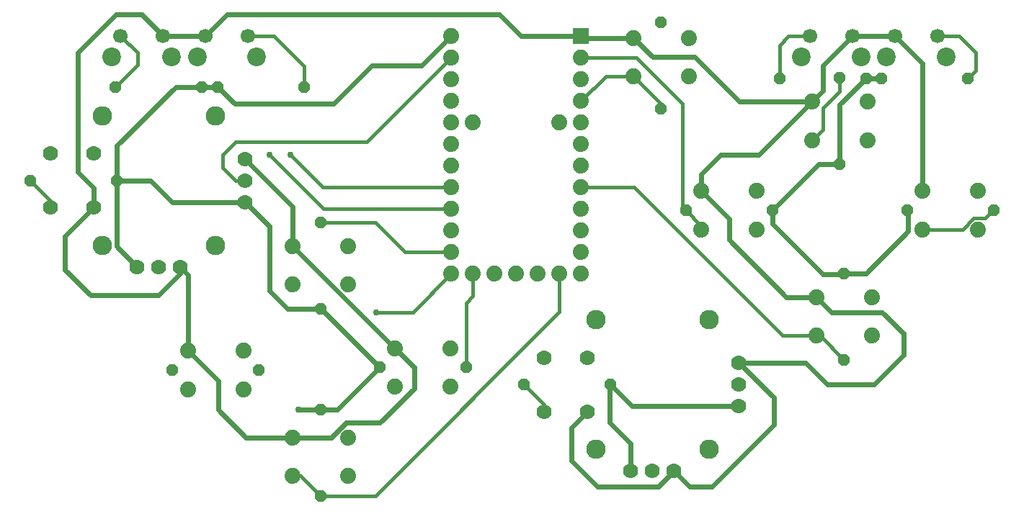
<source format=gbl>
G75*
%MOIN*%
%OFA0B0*%
%FSLAX25Y25*%
%IPPOS*%
%LPD*%
%AMOC8*
5,1,8,0,0,1.08239X$1,22.5*
%
%ADD10C,0.09000*%
%ADD11C,0.07000*%
%ADD12OC8,0.05200*%
%ADD13C,0.07400*%
%ADD14R,0.07400X0.07400*%
%ADD15C,0.08661*%
%ADD16C,0.06693*%
%ADD17C,0.02400*%
%ADD18C,0.02978*%
%ADD19C,0.01600*%
D10*
X0321463Y0187791D03*
X0373963Y0187791D03*
X0373963Y0247791D03*
X0321463Y0247791D03*
X0145616Y0282280D03*
X0093116Y0282280D03*
X0093116Y0342280D03*
X0145616Y0342280D03*
D11*
X0159366Y0322280D03*
X0159366Y0312280D03*
X0159366Y0302280D03*
X0129366Y0272280D03*
X0119366Y0272280D03*
X0109366Y0272280D03*
X0089366Y0299780D03*
X0069366Y0299780D03*
X0069366Y0324780D03*
X0089366Y0324780D03*
X0297713Y0230291D03*
X0317713Y0230291D03*
X0317713Y0205291D03*
X0297713Y0205291D03*
X0337713Y0177791D03*
X0347713Y0177791D03*
X0357713Y0177791D03*
X0387713Y0207791D03*
X0387713Y0217791D03*
X0387713Y0227791D03*
D12*
X0436295Y0229287D03*
X0436295Y0269287D03*
X0465508Y0298500D03*
X0434327Y0319839D03*
X0403146Y0298500D03*
X0363146Y0298500D03*
X0351650Y0345429D03*
X0351650Y0385429D03*
X0406453Y0359524D03*
X0434327Y0359839D03*
X0446453Y0359524D03*
X0453697Y0359524D03*
X0493697Y0359524D03*
X0505508Y0298500D03*
X0328343Y0217791D03*
X0288343Y0217791D03*
X0261413Y0225665D03*
X0221413Y0225665D03*
X0194169Y0206295D03*
X0165665Y0224484D03*
X0125665Y0224484D03*
X0194169Y0252909D03*
X0194169Y0292909D03*
X0186610Y0355587D03*
X0146610Y0355587D03*
X0139366Y0355587D03*
X0099366Y0355587D03*
X0099996Y0312280D03*
X0059996Y0312280D03*
X0194169Y0166295D03*
D13*
X0181369Y0175427D03*
X0181369Y0193227D03*
X0206969Y0193227D03*
X0206969Y0175427D03*
X0228613Y0216765D03*
X0228613Y0234565D03*
X0254213Y0234565D03*
X0254213Y0216765D03*
X0206969Y0264009D03*
X0181369Y0264009D03*
X0181369Y0281809D03*
X0206969Y0281809D03*
X0254720Y0279091D03*
X0254720Y0289091D03*
X0254720Y0299091D03*
X0254720Y0309091D03*
X0254720Y0319091D03*
X0254720Y0329091D03*
X0254720Y0339091D03*
X0264720Y0339091D03*
X0254720Y0349091D03*
X0254720Y0359091D03*
X0254720Y0369091D03*
X0254720Y0379091D03*
X0304720Y0339091D03*
X0314720Y0339091D03*
X0314720Y0329091D03*
X0314720Y0319091D03*
X0314720Y0309091D03*
X0314720Y0299091D03*
X0314720Y0289091D03*
X0314720Y0279091D03*
X0314720Y0269091D03*
X0304720Y0269091D03*
X0294720Y0269091D03*
X0284720Y0269091D03*
X0274720Y0269091D03*
X0264720Y0269091D03*
X0254720Y0269091D03*
X0158623Y0233424D03*
X0158623Y0215624D03*
X0133023Y0215624D03*
X0133023Y0233424D03*
X0314720Y0349091D03*
X0314720Y0359091D03*
X0314720Y0369091D03*
X0338850Y0360466D03*
X0364450Y0360466D03*
X0364450Y0378266D03*
X0338850Y0378266D03*
X0421527Y0348739D03*
X0447127Y0348739D03*
X0447127Y0330939D03*
X0421527Y0330939D03*
X0395946Y0307400D03*
X0395946Y0289600D03*
X0370346Y0289600D03*
X0370346Y0307400D03*
X0423495Y0258187D03*
X0423495Y0240387D03*
X0449095Y0240387D03*
X0449095Y0258187D03*
X0472708Y0289600D03*
X0472708Y0307400D03*
X0498308Y0307400D03*
X0498308Y0289600D03*
D14*
X0314720Y0379091D03*
D15*
X0416610Y0369366D03*
X0444169Y0369366D03*
X0455980Y0369366D03*
X0483539Y0369366D03*
X0164642Y0369366D03*
X0137083Y0369366D03*
X0125272Y0369366D03*
X0097713Y0369366D03*
D16*
X0101650Y0379209D03*
X0121335Y0379209D03*
X0141020Y0379209D03*
X0160705Y0379209D03*
X0420547Y0379209D03*
X0440232Y0379209D03*
X0459917Y0379209D03*
X0479602Y0379209D03*
D17*
X0472708Y0366418D02*
X0459917Y0379209D01*
X0440232Y0379209D01*
X0426453Y0365429D01*
X0426453Y0353665D01*
X0421527Y0348739D01*
X0396879Y0324091D01*
X0379209Y0324091D01*
X0370346Y0315228D01*
X0370346Y0307400D01*
X0383146Y0294600D01*
X0383146Y0284720D01*
X0409679Y0258187D01*
X0423495Y0258187D01*
X0430427Y0251256D01*
X0454012Y0251256D01*
X0463854Y0241413D01*
X0463854Y0231571D01*
X0450075Y0217791D01*
X0428421Y0217791D01*
X0418421Y0227791D01*
X0387713Y0227791D01*
X0403815Y0211689D01*
X0403815Y0199091D01*
X0375272Y0170547D01*
X0364957Y0170547D01*
X0357713Y0177791D01*
X0350469Y0170547D01*
X0322122Y0170547D01*
X0310311Y0182358D01*
X0310311Y0197890D01*
X0317713Y0205291D01*
X0328028Y0200075D02*
X0328028Y0217476D01*
X0328343Y0217791D01*
X0338343Y0207791D01*
X0387713Y0207791D01*
X0337713Y0190390D02*
X0337713Y0177791D01*
X0337713Y0190390D02*
X0328028Y0200075D01*
X0237476Y0215823D02*
X0221728Y0200075D01*
X0205980Y0200075D01*
X0199132Y0193227D01*
X0181369Y0193227D01*
X0159679Y0193227D01*
X0146925Y0205980D01*
X0146925Y0219521D01*
X0133023Y0233424D01*
X0133023Y0268623D01*
X0129366Y0272280D01*
X0129366Y0269130D01*
X0119366Y0259130D01*
X0087870Y0259130D01*
X0076059Y0270941D01*
X0076059Y0286472D01*
X0089366Y0299780D01*
X0089366Y0308815D01*
X0081965Y0316217D01*
X0081965Y0371335D01*
X0099681Y0389051D01*
X0111492Y0389051D01*
X0121335Y0379209D01*
X0141020Y0379209D01*
X0150862Y0389051D01*
X0276846Y0389051D01*
X0286807Y0379091D01*
X0314720Y0379091D01*
X0315545Y0378266D01*
X0338850Y0378266D01*
X0347750Y0369366D01*
X0367398Y0369366D01*
X0388025Y0348739D01*
X0421527Y0348739D01*
X0434327Y0347398D02*
X0434327Y0319839D01*
X0424484Y0319839D01*
X0403146Y0298500D01*
X0403146Y0292280D01*
X0426453Y0268972D01*
X0435980Y0268972D01*
X0436295Y0269287D01*
X0446453Y0269287D01*
X0465823Y0288657D01*
X0465823Y0298185D01*
X0465508Y0298500D01*
X0472708Y0307400D02*
X0472708Y0366418D01*
X0453697Y0359524D02*
X0446453Y0359524D01*
X0434327Y0347398D01*
X0254720Y0379091D02*
X0241059Y0365429D01*
X0217791Y0365429D01*
X0200075Y0347713D01*
X0154484Y0347713D01*
X0146610Y0355587D01*
X0139366Y0355587D01*
X0127240Y0355587D01*
X0099996Y0328343D01*
X0099996Y0312280D01*
X0115429Y0312280D01*
X0125429Y0302280D01*
X0159366Y0302280D01*
X0170547Y0291098D01*
X0170547Y0261098D01*
X0178736Y0252909D01*
X0194169Y0252909D01*
X0221413Y0225665D01*
X0202043Y0206295D01*
X0194169Y0206295D01*
X0183854Y0206295D01*
X0228613Y0234565D02*
X0237476Y0225702D01*
X0237476Y0215823D01*
X0228613Y0234565D02*
X0181369Y0281809D01*
X0181369Y0300276D01*
X0159366Y0322280D01*
X0099996Y0312280D02*
X0099996Y0281650D01*
X0109366Y0272280D01*
D18*
X0170547Y0324091D03*
X0180390Y0324091D03*
X0219760Y0251256D03*
X0183854Y0206295D03*
D19*
X0185038Y0175427D02*
X0194169Y0166295D01*
X0219445Y0166295D01*
X0304720Y0251571D01*
X0304720Y0269091D01*
X0264720Y0269091D02*
X0264720Y0258815D01*
X0261413Y0255508D01*
X0261413Y0225665D01*
X0288343Y0217791D02*
X0297713Y0208421D01*
X0297713Y0205291D01*
X0236886Y0251256D02*
X0219760Y0251256D01*
X0236886Y0251256D02*
X0254720Y0269091D01*
X0254720Y0279091D02*
X0233264Y0279091D01*
X0219445Y0292909D01*
X0194169Y0292909D01*
X0195547Y0299091D02*
X0170547Y0324091D01*
X0180390Y0324091D02*
X0195390Y0309091D01*
X0254720Y0309091D01*
X0254720Y0299091D02*
X0195547Y0299091D01*
X0159366Y0312280D02*
X0154799Y0312280D01*
X0148894Y0318185D01*
X0148894Y0324091D01*
X0154799Y0329996D01*
X0215626Y0329996D01*
X0254720Y0369091D01*
X0314720Y0369091D02*
X0340114Y0369091D01*
X0361492Y0347713D01*
X0361492Y0300154D01*
X0363146Y0298500D01*
X0370346Y0291300D01*
X0370346Y0289600D01*
X0339091Y0309091D02*
X0407794Y0240387D01*
X0423495Y0240387D01*
X0425195Y0240387D01*
X0436295Y0229287D01*
X0472708Y0289600D02*
X0491095Y0289600D01*
X0496195Y0294700D01*
X0501708Y0294700D01*
X0505508Y0298500D01*
X0434327Y0353618D02*
X0426453Y0345744D01*
X0426453Y0335865D01*
X0421527Y0330939D01*
X0434327Y0353618D02*
X0434327Y0359839D01*
X0420547Y0379209D02*
X0410705Y0379209D01*
X0406453Y0374957D01*
X0406453Y0359524D01*
X0351650Y0347666D02*
X0338850Y0360466D01*
X0326096Y0360466D01*
X0314720Y0349091D01*
X0351650Y0347666D02*
X0351650Y0345429D01*
X0339091Y0309091D02*
X0314720Y0309091D01*
X0186610Y0355587D02*
X0186610Y0365114D01*
X0172516Y0379209D01*
X0160705Y0379209D01*
X0109524Y0371335D02*
X0109524Y0365744D01*
X0099366Y0355587D01*
X0109524Y0371335D02*
X0101650Y0379209D01*
X0059996Y0312280D02*
X0069366Y0302909D01*
X0069366Y0299780D01*
X0181369Y0175427D02*
X0185038Y0175427D01*
X0479602Y0379209D02*
X0489445Y0379209D01*
X0497319Y0371335D01*
X0497319Y0363146D01*
X0493697Y0359524D01*
M02*

</source>
